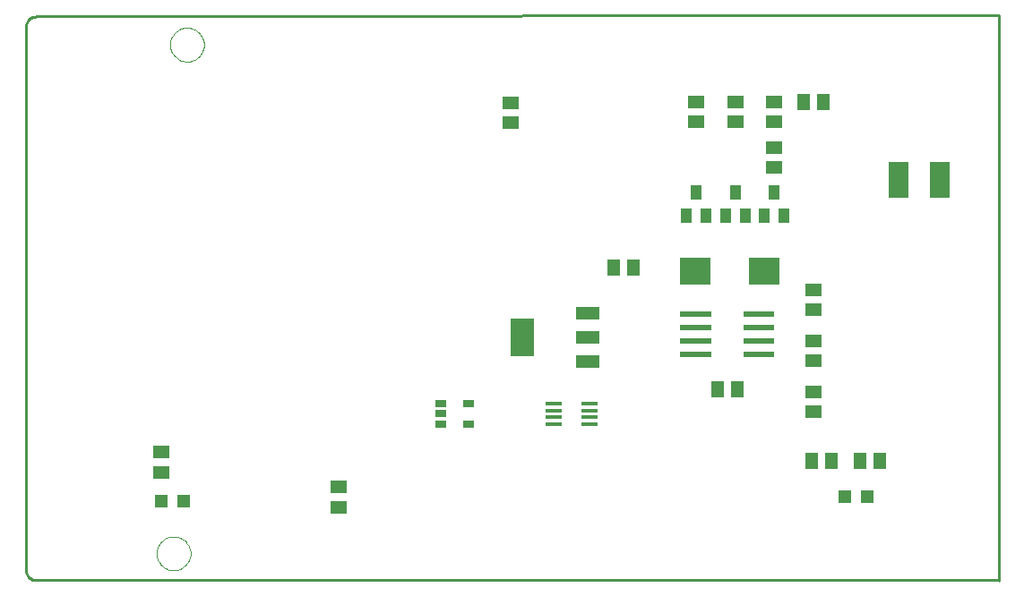
<source format=gtp>
G75*
%MOIN*%
%OFA0B0*%
%FSLAX24Y24*%
%IPPOS*%
%LPD*%
%AMOC8*
5,1,8,0,0,1.08239X$1,22.5*
%
%ADD10C,0.0100*%
%ADD11C,0.0000*%
%ADD12R,0.0512X0.0591*%
%ADD13R,0.0591X0.0512*%
%ADD14R,0.0394X0.0551*%
%ADD15R,0.0472X0.0472*%
%ADD16R,0.0748X0.1339*%
%ADD17R,0.0870X0.0240*%
%ADD18R,0.0810X0.0220*%
%ADD19R,0.0880X0.0480*%
%ADD20R,0.0866X0.1417*%
%ADD21R,0.0390X0.0272*%
%ADD22R,0.0620X0.0140*%
%ADD23R,0.1142X0.0984*%
D10*
X001574Y001180D02*
X037386Y001180D01*
X037380Y001174D02*
X037380Y022230D01*
X001574Y022180D01*
X001535Y022178D01*
X001497Y022172D01*
X001460Y022163D01*
X001423Y022150D01*
X001388Y022133D01*
X001355Y022114D01*
X001324Y022091D01*
X001295Y022065D01*
X001269Y022036D01*
X001246Y022005D01*
X001227Y021972D01*
X001210Y021937D01*
X001197Y021900D01*
X001188Y021863D01*
X001182Y021825D01*
X001180Y021786D01*
X001180Y001574D01*
X001182Y001535D01*
X001188Y001497D01*
X001197Y001460D01*
X001210Y001423D01*
X001227Y001388D01*
X001246Y001355D01*
X001269Y001324D01*
X001295Y001295D01*
X001324Y001269D01*
X001355Y001246D01*
X001388Y001227D01*
X001423Y001210D01*
X001460Y001197D01*
X001497Y001188D01*
X001535Y001182D01*
X001574Y001180D01*
D11*
X006050Y002180D02*
X006052Y002230D01*
X006058Y002280D01*
X006068Y002329D01*
X006082Y002377D01*
X006099Y002424D01*
X006120Y002469D01*
X006145Y002513D01*
X006173Y002554D01*
X006205Y002593D01*
X006239Y002630D01*
X006276Y002664D01*
X006316Y002694D01*
X006358Y002721D01*
X006402Y002745D01*
X006448Y002766D01*
X006495Y002782D01*
X006543Y002795D01*
X006593Y002804D01*
X006642Y002809D01*
X006693Y002810D01*
X006743Y002807D01*
X006792Y002800D01*
X006841Y002789D01*
X006889Y002774D01*
X006935Y002756D01*
X006980Y002734D01*
X007023Y002708D01*
X007064Y002679D01*
X007103Y002647D01*
X007139Y002612D01*
X007171Y002574D01*
X007201Y002534D01*
X007228Y002491D01*
X007251Y002447D01*
X007270Y002401D01*
X007286Y002353D01*
X007298Y002304D01*
X007306Y002255D01*
X007310Y002205D01*
X007310Y002155D01*
X007306Y002105D01*
X007298Y002056D01*
X007286Y002007D01*
X007270Y001959D01*
X007251Y001913D01*
X007228Y001869D01*
X007201Y001826D01*
X007171Y001786D01*
X007139Y001748D01*
X007103Y001713D01*
X007064Y001681D01*
X007023Y001652D01*
X006980Y001626D01*
X006935Y001604D01*
X006889Y001586D01*
X006841Y001571D01*
X006792Y001560D01*
X006743Y001553D01*
X006693Y001550D01*
X006642Y001551D01*
X006593Y001556D01*
X006543Y001565D01*
X006495Y001578D01*
X006448Y001594D01*
X006402Y001615D01*
X006358Y001639D01*
X006316Y001666D01*
X006276Y001696D01*
X006239Y001730D01*
X006205Y001767D01*
X006173Y001806D01*
X006145Y001847D01*
X006120Y001891D01*
X006099Y001936D01*
X006082Y001983D01*
X006068Y002031D01*
X006058Y002080D01*
X006052Y002130D01*
X006050Y002180D01*
X006550Y021130D02*
X006552Y021180D01*
X006558Y021230D01*
X006568Y021279D01*
X006582Y021327D01*
X006599Y021374D01*
X006620Y021419D01*
X006645Y021463D01*
X006673Y021504D01*
X006705Y021543D01*
X006739Y021580D01*
X006776Y021614D01*
X006816Y021644D01*
X006858Y021671D01*
X006902Y021695D01*
X006948Y021716D01*
X006995Y021732D01*
X007043Y021745D01*
X007093Y021754D01*
X007142Y021759D01*
X007193Y021760D01*
X007243Y021757D01*
X007292Y021750D01*
X007341Y021739D01*
X007389Y021724D01*
X007435Y021706D01*
X007480Y021684D01*
X007523Y021658D01*
X007564Y021629D01*
X007603Y021597D01*
X007639Y021562D01*
X007671Y021524D01*
X007701Y021484D01*
X007728Y021441D01*
X007751Y021397D01*
X007770Y021351D01*
X007786Y021303D01*
X007798Y021254D01*
X007806Y021205D01*
X007810Y021155D01*
X007810Y021105D01*
X007806Y021055D01*
X007798Y021006D01*
X007786Y020957D01*
X007770Y020909D01*
X007751Y020863D01*
X007728Y020819D01*
X007701Y020776D01*
X007671Y020736D01*
X007639Y020698D01*
X007603Y020663D01*
X007564Y020631D01*
X007523Y020602D01*
X007480Y020576D01*
X007435Y020554D01*
X007389Y020536D01*
X007341Y020521D01*
X007292Y020510D01*
X007243Y020503D01*
X007193Y020500D01*
X007142Y020501D01*
X007093Y020506D01*
X007043Y020515D01*
X006995Y020528D01*
X006948Y020544D01*
X006902Y020565D01*
X006858Y020589D01*
X006816Y020616D01*
X006776Y020646D01*
X006739Y020680D01*
X006705Y020717D01*
X006673Y020756D01*
X006645Y020797D01*
X006620Y020841D01*
X006599Y020886D01*
X006582Y020933D01*
X006568Y020981D01*
X006558Y021030D01*
X006552Y021080D01*
X006550Y021130D01*
D12*
X023056Y012840D03*
X023804Y012840D03*
X026906Y008280D03*
X027654Y008280D03*
X030406Y005630D03*
X031154Y005630D03*
X032206Y005630D03*
X032954Y005630D03*
X030854Y018980D03*
X030106Y018980D03*
D13*
X029030Y019004D03*
X029030Y018256D03*
X027580Y018256D03*
X027580Y019004D03*
X026130Y019004D03*
X026130Y018256D03*
X029030Y017304D03*
X029030Y016556D03*
X030480Y012004D03*
X030480Y011256D03*
X030480Y010104D03*
X030480Y009356D03*
X030480Y008204D03*
X030480Y007456D03*
X012830Y004654D03*
X012830Y003906D03*
X006230Y005206D03*
X006230Y005954D03*
X019230Y018216D03*
X019230Y018964D03*
D14*
X026130Y015613D03*
X025756Y014747D03*
X026504Y014747D03*
X027206Y014747D03*
X027954Y014747D03*
X028656Y014747D03*
X029404Y014747D03*
X029030Y015613D03*
X027580Y015613D03*
D15*
X031667Y004280D03*
X032493Y004280D03*
X007043Y004130D03*
X006217Y004130D03*
D16*
X033662Y016080D03*
X035198Y016080D03*
D17*
X028310Y011080D03*
X028310Y010580D03*
X028310Y010080D03*
X028310Y009580D03*
X026250Y009580D03*
X026250Y010080D03*
X026250Y010580D03*
X026250Y011080D03*
D18*
X025930Y011080D03*
X025930Y010580D03*
X025930Y010080D03*
X025930Y009580D03*
X028630Y009580D03*
X028630Y010080D03*
X028630Y010580D03*
X028630Y011080D03*
D19*
X022100Y011140D03*
X022100Y010230D03*
X022100Y009320D03*
D20*
X019660Y010230D03*
D21*
X017642Y007754D03*
X016622Y007754D03*
X016622Y007380D03*
X016622Y007006D03*
X017642Y007006D03*
D22*
X020810Y007000D03*
X020810Y007250D03*
X020810Y007510D03*
X020810Y007760D03*
X022150Y007760D03*
X022150Y007510D03*
X022150Y007250D03*
X022150Y007000D03*
D23*
X026100Y012705D03*
X028660Y012705D03*
M02*

</source>
